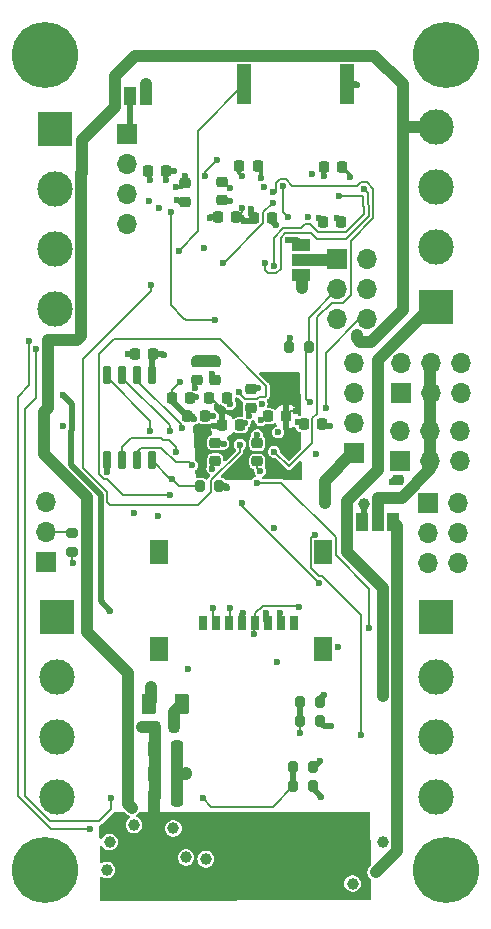
<source format=gbr>
%TF.GenerationSoftware,KiCad,Pcbnew,7.0.5*%
%TF.CreationDate,2023-08-27T23:52:23-07:00*%
%TF.ProjectId,Lyra V2,4c797261-2056-4322-9e6b-696361645f70,rev?*%
%TF.SameCoordinates,Original*%
%TF.FileFunction,Copper,L4,Bot*%
%TF.FilePolarity,Positive*%
%FSLAX46Y46*%
G04 Gerber Fmt 4.6, Leading zero omitted, Abs format (unit mm)*
G04 Created by KiCad (PCBNEW 7.0.5) date 2023-08-27 23:52:23*
%MOMM*%
%LPD*%
G01*
G04 APERTURE LIST*
G04 Aperture macros list*
%AMRoundRect*
0 Rectangle with rounded corners*
0 $1 Rounding radius*
0 $2 $3 $4 $5 $6 $7 $8 $9 X,Y pos of 4 corners*
0 Add a 4 corners polygon primitive as box body*
4,1,4,$2,$3,$4,$5,$6,$7,$8,$9,$2,$3,0*
0 Add four circle primitives for the rounded corners*
1,1,$1+$1,$2,$3*
1,1,$1+$1,$4,$5*
1,1,$1+$1,$6,$7*
1,1,$1+$1,$8,$9*
0 Add four rect primitives between the rounded corners*
20,1,$1+$1,$2,$3,$4,$5,0*
20,1,$1+$1,$4,$5,$6,$7,0*
20,1,$1+$1,$6,$7,$8,$9,0*
20,1,$1+$1,$8,$9,$2,$3,0*%
G04 Aperture macros list end*
%TA.AperFunction,SMDPad,CuDef*%
%ADD10RoundRect,0.225000X-0.250000X0.225000X-0.250000X-0.225000X0.250000X-0.225000X0.250000X0.225000X0*%
%TD*%
%TA.AperFunction,ComponentPad*%
%ADD11R,3.000000X3.000000*%
%TD*%
%TA.AperFunction,ComponentPad*%
%ADD12C,3.000000*%
%TD*%
%TA.AperFunction,ComponentPad*%
%ADD13R,1.700000X1.700000*%
%TD*%
%TA.AperFunction,ComponentPad*%
%ADD14O,1.700000X1.700000*%
%TD*%
%TA.AperFunction,ComponentPad*%
%ADD15C,5.600000*%
%TD*%
%TA.AperFunction,SMDPad,CuDef*%
%ADD16R,1.500000X1.000000*%
%TD*%
%TA.AperFunction,SMDPad,CuDef*%
%ADD17RoundRect,0.225000X-0.225000X-0.250000X0.225000X-0.250000X0.225000X0.250000X-0.225000X0.250000X0*%
%TD*%
%TA.AperFunction,SMDPad,CuDef*%
%ADD18RoundRect,0.225000X0.250000X-0.225000X0.250000X0.225000X-0.250000X0.225000X-0.250000X-0.225000X0*%
%TD*%
%TA.AperFunction,SMDPad,CuDef*%
%ADD19RoundRect,0.150000X0.150000X-0.650000X0.150000X0.650000X-0.150000X0.650000X-0.150000X-0.650000X0*%
%TD*%
%TA.AperFunction,SMDPad,CuDef*%
%ADD20RoundRect,0.200000X-0.200000X-0.275000X0.200000X-0.275000X0.200000X0.275000X-0.200000X0.275000X0*%
%TD*%
%TA.AperFunction,SMDPad,CuDef*%
%ADD21RoundRect,0.225000X0.225000X0.250000X-0.225000X0.250000X-0.225000X-0.250000X0.225000X-0.250000X0*%
%TD*%
%TA.AperFunction,SMDPad,CuDef*%
%ADD22R,1.000000X1.500000*%
%TD*%
%TA.AperFunction,SMDPad,CuDef*%
%ADD23R,1.500000X2.000000*%
%TD*%
%TA.AperFunction,SMDPad,CuDef*%
%ADD24R,0.800000X1.200000*%
%TD*%
%TA.AperFunction,SMDPad,CuDef*%
%ADD25RoundRect,0.200000X0.200000X0.275000X-0.200000X0.275000X-0.200000X-0.275000X0.200000X-0.275000X0*%
%TD*%
%TA.AperFunction,SMDPad,CuDef*%
%ADD26RoundRect,0.250000X-0.250000X-0.475000X0.250000X-0.475000X0.250000X0.475000X-0.250000X0.475000X0*%
%TD*%
%TA.AperFunction,SMDPad,CuDef*%
%ADD27RoundRect,0.200000X0.275000X-0.200000X0.275000X0.200000X-0.275000X0.200000X-0.275000X-0.200000X0*%
%TD*%
%TA.AperFunction,SMDPad,CuDef*%
%ADD28R,1.300000X3.400000*%
%TD*%
%TA.AperFunction,SMDPad,CuDef*%
%ADD29RoundRect,0.250000X-0.375000X-0.625000X0.375000X-0.625000X0.375000X0.625000X-0.375000X0.625000X0*%
%TD*%
%TA.AperFunction,SMDPad,CuDef*%
%ADD30RoundRect,0.218750X0.218750X0.256250X-0.218750X0.256250X-0.218750X-0.256250X0.218750X-0.256250X0*%
%TD*%
%TA.AperFunction,ViaPad*%
%ADD31C,0.600000*%
%TD*%
%TA.AperFunction,ViaPad*%
%ADD32C,1.000000*%
%TD*%
%TA.AperFunction,Conductor*%
%ADD33C,0.200000*%
%TD*%
%TA.AperFunction,Conductor*%
%ADD34C,0.500000*%
%TD*%
%TA.AperFunction,Conductor*%
%ADD35C,1.000000*%
%TD*%
%TA.AperFunction,Conductor*%
%ADD36C,0.300000*%
%TD*%
%TA.AperFunction,Conductor*%
%ADD37C,0.254000*%
%TD*%
%TA.AperFunction,Conductor*%
%ADD38C,0.000000*%
%TD*%
G04 APERTURE END LIST*
D10*
%TO.P,C25,1*%
%TO.N,+3V3*%
X120345200Y-93433600D03*
%TO.P,C25,2*%
%TO.N,GND*%
X120345200Y-94983600D03*
%TD*%
D11*
%TO.P,J5,1,Pin_1*%
%TO.N,/PYRO PWR*%
X136017000Y-86487000D03*
D12*
%TO.P,J5,2,Pin_2*%
%TO.N,+12P*%
X136017000Y-81407000D03*
%TO.P,J5,3,Pin_3*%
%TO.N,GND*%
X136017000Y-76327000D03*
%TO.P,J5,4,Pin_4*%
%TO.N,+5V*%
X136017000Y-71247000D03*
%TD*%
D11*
%TO.P,J2,1,Pin_1*%
%TO.N,/GPIO26*%
X103784400Y-71399400D03*
D12*
%TO.P,J2,2,Pin_2*%
%TO.N,+3V3*%
X103784400Y-76479400D03*
%TO.P,J2,3,Pin_3*%
%TO.N,GND*%
X103784400Y-81559400D03*
%TO.P,J2,4,Pin_4*%
%TO.N,+12P*%
X103784400Y-86639400D03*
%TD*%
D13*
%TO.P,J4,1,Pin_1*%
%TO.N,/SPI PWR*%
X135356600Y-103098600D03*
D14*
%TO.P,J4,2,Pin_2*%
%TO.N,/SPI0 SCLK*%
X137896600Y-103098600D03*
%TO.P,J4,3,Pin_3*%
%TO.N,/SPI0 MOSI*%
X135356600Y-105638600D03*
%TO.P,J4,4,Pin_4*%
%TO.N,/SPI0 MISO*%
X137896600Y-105638600D03*
%TO.P,J4,5,Pin_5*%
%TO.N,GND*%
X135356600Y-108178600D03*
%TO.P,J4,6,Pin_6*%
%TO.N,/BRKOUT CS*%
X137896600Y-108178600D03*
%TD*%
D13*
%TO.P,J10,1,Pin_1*%
%TO.N,/I2C PWR*%
X109829600Y-71780400D03*
D14*
%TO.P,J10,2,Pin_2*%
%TO.N,/I2C1 SCL*%
X109829600Y-74320400D03*
%TO.P,J10,3,Pin_3*%
%TO.N,/I2C1 SDA*%
X109829600Y-76860400D03*
%TO.P,J10,4,Pin_4*%
%TO.N,GND*%
X109829600Y-79400400D03*
%TD*%
D13*
%TO.P,J11,1,Pin_1*%
%TO.N,/UART PWR*%
X129108200Y-98856800D03*
D14*
%TO.P,J11,2,Pin_2*%
%TO.N,/UART0 TX*%
X129108200Y-96316800D03*
%TO.P,J11,3,Pin_3*%
%TO.N,/UART0 RX*%
X129108200Y-93776800D03*
%TO.P,J11,4,Pin_4*%
%TO.N,GND*%
X129108200Y-91236800D03*
%TD*%
D13*
%TO.P,J12,1,Pin_1*%
%TO.N,GND*%
X102998400Y-108013999D03*
D14*
%TO.P,J12,2,Pin_2*%
%TO.N,/BOOTSEL*%
X102998400Y-105473999D03*
%TO.P,J12,3,Pin_3*%
%TO.N,unconnected-(J12-Pin_3-Pad3)*%
X102998400Y-102933999D03*
%TD*%
D11*
%TO.P,J6,1,Pin_1*%
%TO.N,/P2-*%
X135991600Y-112750600D03*
D12*
%TO.P,J6,2,Pin_2*%
%TO.N,/PYRO PWR*%
X135991600Y-117830600D03*
%TO.P,J6,3,Pin_3*%
%TO.N,/P1-*%
X135991600Y-122910600D03*
%TO.P,J6,4,Pin_4*%
%TO.N,/PYRO PWR*%
X135991600Y-127990600D03*
%TD*%
D15*
%TO.P,H3,1,1*%
%TO.N,GND*%
X136900000Y-134150000D03*
%TD*%
D11*
%TO.P,J3,1,Pin_1*%
%TO.N,+12V*%
X103911400Y-112725200D03*
D12*
%TO.P,J3,2,Pin_2*%
%TO.N,+BATT*%
X103911400Y-117805200D03*
%TO.P,J3,3,Pin_3*%
%TO.N,GND*%
X103911400Y-122885200D03*
%TO.P,J3,4,Pin_4*%
%TO.N,+BATT*%
X103911400Y-127965200D03*
%TD*%
D15*
%TO.P,H4,1,1*%
%TO.N,GND*%
X102900000Y-134150000D03*
%TD*%
%TO.P,H2,1,1*%
%TO.N,GND*%
X136850000Y-65150000D03*
%TD*%
%TO.P,H1,1,1*%
%TO.N,GND*%
X102900000Y-65150000D03*
%TD*%
D13*
%TO.P,J9,1,Pin_1*%
%TO.N,/SERVO1*%
X132969000Y-99542600D03*
D14*
%TO.P,J9,2,Pin_2*%
%TO.N,/SERVO2*%
X132969000Y-97002600D03*
%TO.P,J9,3,Pin_3*%
%TO.N,/SERVO PWR*%
X135509000Y-99542600D03*
%TO.P,J9,4,Pin_4*%
X135509000Y-97002600D03*
%TO.P,J9,5,Pin_5*%
%TO.N,GND*%
X138049000Y-99542600D03*
%TO.P,J9,6,Pin_6*%
X138049000Y-97002600D03*
%TD*%
D13*
%TO.P,J7,1,Pin_1*%
%TO.N,/SWD PWR*%
X127660000Y-82420000D03*
D14*
%TO.P,J7,2,Pin_2*%
%TO.N,/SWCLK*%
X130200000Y-82420000D03*
%TO.P,J7,3,Pin_3*%
%TO.N,/RUN*%
X127660000Y-84960000D03*
%TO.P,J7,4,Pin_4*%
%TO.N,GND*%
X130200000Y-84960000D03*
%TO.P,J7,5,Pin_5*%
X127660000Y-87500000D03*
%TO.P,J7,6,Pin_6*%
%TO.N,/SWD*%
X130200000Y-87500000D03*
%TD*%
D13*
%TO.P,J8,1,Pin_1*%
%TO.N,/SERVO3*%
X133045200Y-93776800D03*
D14*
%TO.P,J8,2,Pin_2*%
%TO.N,/SERVO4*%
X133045200Y-91236800D03*
%TO.P,J8,3,Pin_3*%
%TO.N,/SERVO PWR*%
X135585200Y-93776800D03*
%TO.P,J8,4,Pin_4*%
X135585200Y-91236800D03*
%TO.P,J8,5,Pin_5*%
%TO.N,GND*%
X138125200Y-93776800D03*
%TO.P,J8,6,Pin_6*%
X138125200Y-91236800D03*
%TD*%
D16*
%TO.P,JP5,1,A*%
%TO.N,+5V*%
X124600000Y-83775000D03*
%TO.P,JP5,2,C*%
%TO.N,/SWD PWR*%
X124600000Y-82475000D03*
%TO.P,JP5,3,B*%
%TO.N,+3V3*%
X124600000Y-81175000D03*
%TD*%
D17*
%TO.P,C26,1*%
%TO.N,+3V3*%
X126550000Y-74650000D03*
%TO.P,C26,2*%
%TO.N,GND*%
X128100000Y-74650000D03*
%TD*%
D18*
%TO.P,C12,1*%
%TO.N,Net-(U3-C1)*%
X117875000Y-77400000D03*
%TO.P,C12,2*%
%TO.N,GND*%
X117875000Y-75850000D03*
%TD*%
D19*
%TO.P,U5,1,~{CS}*%
%TO.N,/QSPI_SS*%
X111988600Y-99459600D03*
%TO.P,U5,2,DO(IO1)*%
%TO.N,/QSPI_SD1*%
X110718600Y-99459600D03*
%TO.P,U5,3,IO2*%
%TO.N,/QSPI_SD2*%
X109448600Y-99459600D03*
%TO.P,U5,4,GND*%
%TO.N,GND*%
X108178600Y-99459600D03*
%TO.P,U5,5,DI(IO0)*%
%TO.N,/QSPI_SDO*%
X108178600Y-92259600D03*
%TO.P,U5,6,CLK*%
%TO.N,/QSPI_SCLK*%
X109448600Y-92259600D03*
%TO.P,U5,7,IO3*%
%TO.N,/QSPI_SD3*%
X110718600Y-92259600D03*
%TO.P,U5,8,VCC*%
%TO.N,+3V3*%
X111988600Y-92259600D03*
%TD*%
D17*
%TO.P,C13,1*%
%TO.N,+3V3*%
X120586200Y-78917800D03*
%TO.P,C13,2*%
%TO.N,GND*%
X122136200Y-78917800D03*
%TD*%
D20*
%TO.P,R7,1*%
%TO.N,/P1 CONT*%
X124524000Y-121513800D03*
%TO.P,R7,2*%
%TO.N,GND*%
X126174000Y-121513800D03*
%TD*%
D21*
%TO.P,C28,1*%
%TO.N,+3V3*%
X128000000Y-79300000D03*
%TO.P,C28,2*%
%TO.N,GND*%
X126450000Y-79300000D03*
%TD*%
%TO.P,C16,1*%
%TO.N,+3V3*%
X113150000Y-74975000D03*
%TO.P,C16,2*%
%TO.N,GND*%
X111600000Y-74975000D03*
%TD*%
%TO.P,C11,1*%
%TO.N,+3V3*%
X119125000Y-78875000D03*
%TO.P,C11,2*%
%TO.N,GND*%
X117575000Y-78875000D03*
%TD*%
%TO.P,C18,1*%
%TO.N,+3V3*%
X112090800Y-90474800D03*
%TO.P,C18,2*%
%TO.N,GND*%
X110540800Y-90474800D03*
%TD*%
D22*
%TO.P,JP2,1,A*%
%TO.N,+5V*%
X108850000Y-68625000D03*
%TO.P,JP2,2,C*%
%TO.N,/I2C PWR*%
X110150000Y-68625000D03*
%TO.P,JP2,3,B*%
%TO.N,+3V3*%
X111450000Y-68625000D03*
%TD*%
D23*
%TO.P,J13,MP1,MP1*%
%TO.N,unconnected-(J13-PadMP1)*%
X126477400Y-115443000D03*
%TO.P,J13,MP2,MP2*%
%TO.N,unconnected-(J13-PadMP2)*%
X112587400Y-115443000D03*
%TO.P,J13,MP3,MP3*%
%TO.N,unconnected-(J13-PadMP3)*%
X112587400Y-107243000D03*
%TO.P,J13,MP4,MP4*%
%TO.N,unconnected-(J13-PadMP4)*%
X126477400Y-107243000D03*
D24*
%TO.P,J13,P1,DAT2*%
%TO.N,unconnected-(J13-DAT2-PadP1)*%
X116307400Y-113243000D03*
%TO.P,J13,P2,CD/DAT3*%
%TO.N,/SD CS*%
X117407400Y-113243000D03*
%TO.P,J13,P3,CMD*%
%TO.N,/SPI0 MOSI*%
X118507400Y-113243000D03*
%TO.P,J13,P4,VDD*%
%TO.N,+3V3*%
X119607400Y-113243000D03*
%TO.P,J13,P5,CLK*%
%TO.N,/SPI0 SCLK*%
X120707400Y-113243000D03*
%TO.P,J13,P6,VSS*%
%TO.N,GND*%
X121807400Y-113243000D03*
%TO.P,J13,P7,DAT0*%
%TO.N,/SPI0 MISO*%
X122907400Y-113243000D03*
%TO.P,J13,P8,DAT1*%
%TO.N,unconnected-(J13-DAT1-PadP8)*%
X124007400Y-113243000D03*
%TD*%
D25*
%TO.P,R8,1*%
%TO.N,Net-(Q3-D)*%
X125600000Y-127050000D03*
%TO.P,R8,2*%
%TO.N,/P2 CONT*%
X123950000Y-127050000D03*
%TD*%
D26*
%TO.P,C5,1*%
%TO.N,+12VA*%
X112175000Y-128025000D03*
%TO.P,C5,2*%
%TO.N,GND*%
X114075000Y-128025000D03*
%TD*%
D27*
%TO.P,R13,1*%
%TO.N,/QSPI_SS*%
X105173400Y-107234000D03*
%TO.P,R13,2*%
%TO.N,/BOOTSEL*%
X105173400Y-105584000D03*
%TD*%
D28*
%TO.P,LS1,1,+*%
%TO.N,/BUZZER*%
X119750000Y-67625000D03*
%TO.P,LS1,2,-*%
%TO.N,GND*%
X128450000Y-67625000D03*
%TD*%
D25*
%TO.P,R6,1*%
%TO.N,Net-(Q2-D)*%
X126174000Y-119938800D03*
%TO.P,R6,2*%
%TO.N,/P1 CONT*%
X124524000Y-119938800D03*
%TD*%
D17*
%TO.P,C23,1*%
%TO.N,+3V3*%
X124815600Y-96367600D03*
%TO.P,C23,2*%
%TO.N,GND*%
X126365600Y-96367600D03*
%TD*%
D18*
%TO.P,C30,1*%
%TO.N,+3V3*%
X117348000Y-99504800D03*
%TO.P,C30,2*%
%TO.N,GND*%
X117348000Y-97954800D03*
%TD*%
D22*
%TO.P,JP1,1,A*%
%TO.N,+5V*%
X132400000Y-104675000D03*
%TO.P,JP1,2,C*%
%TO.N,/SERVO PWR*%
X131100000Y-104675000D03*
%TO.P,JP1,3,B*%
%TO.N,+3V3*%
X129800000Y-104675000D03*
%TD*%
D18*
%TO.P,C29,1*%
%TO.N,+3V3*%
X115773200Y-92633800D03*
%TO.P,C29,2*%
%TO.N,GND*%
X115773200Y-91083800D03*
%TD*%
D21*
%TO.P,C17,1*%
%TO.N,+1V1*%
X123355400Y-95732600D03*
%TO.P,C17,2*%
%TO.N,GND*%
X121805400Y-95732600D03*
%TD*%
D29*
%TO.P,F2,1*%
%TO.N,Net-(Q1-S)*%
X111725000Y-120050000D03*
%TO.P,F2,2*%
%TO.N,Net-(F2-Pad2)*%
X114525000Y-120050000D03*
%TD*%
D25*
%TO.P,R14,1*%
%TO.N,+3V3*%
X117690400Y-101625400D03*
%TO.P,R14,2*%
%TO.N,/QSPI_SS*%
X116040400Y-101625400D03*
%TD*%
D10*
%TO.P,C19,1*%
%TO.N,+3V3*%
X114775000Y-76000000D03*
%TO.P,C19,2*%
%TO.N,GND*%
X114775000Y-77550000D03*
%TD*%
D17*
%TO.P,C15,1*%
%TO.N,+1V1*%
X117919200Y-96494600D03*
%TO.P,C15,2*%
%TO.N,GND*%
X119469200Y-96494600D03*
%TD*%
D30*
%TO.P,FB1,1*%
%TO.N,Net-(F2-Pad2)*%
X113825000Y-122000000D03*
%TO.P,FB1,2*%
%TO.N,+12VA*%
X112250000Y-122000000D03*
%TD*%
D18*
%TO.P,C9,1*%
%TO.N,/SERVO PWR*%
X132816600Y-102679800D03*
%TO.P,C9,2*%
%TO.N,GND*%
X132816600Y-101129800D03*
%TD*%
D26*
%TO.P,C6,1*%
%TO.N,+12VA*%
X112175000Y-125975000D03*
%TO.P,C6,2*%
%TO.N,GND*%
X114075000Y-125975000D03*
%TD*%
D17*
%TO.P,C20,1*%
%TO.N,+1V1*%
X116801600Y-94157800D03*
%TO.P,C20,2*%
%TO.N,GND*%
X118351600Y-94157800D03*
%TD*%
D20*
%TO.P,R19,1*%
%TO.N,+3V3*%
X123609600Y-89839800D03*
%TO.P,R19,2*%
%TO.N,/RUN*%
X125259600Y-89839800D03*
%TD*%
%TO.P,R9,1*%
%TO.N,/P2 CONT*%
X123924999Y-125375000D03*
%TO.P,R9,2*%
%TO.N,GND*%
X125574999Y-125375000D03*
%TD*%
D21*
%TO.P,C27,1*%
%TO.N,+3V3*%
X116497400Y-95707200D03*
%TO.P,C27,2*%
%TO.N,GND*%
X114947400Y-95707200D03*
%TD*%
D18*
%TO.P,C22,1*%
%TO.N,+3V3*%
X117297200Y-92672200D03*
%TO.P,C22,2*%
%TO.N,GND*%
X117297200Y-91122200D03*
%TD*%
D26*
%TO.P,C7,1*%
%TO.N,+12VA*%
X112175000Y-123850000D03*
%TO.P,C7,2*%
%TO.N,GND*%
X114075000Y-123850000D03*
%TD*%
D21*
%TO.P,C21,1*%
%TO.N,+3V3*%
X115202000Y-94208600D03*
%TO.P,C21,2*%
%TO.N,GND*%
X113652000Y-94208600D03*
%TD*%
D18*
%TO.P,C24,1*%
%TO.N,+3V3*%
X120904000Y-99530200D03*
%TO.P,C24,2*%
%TO.N,GND*%
X120904000Y-97980200D03*
%TD*%
D21*
%TO.P,C10,1*%
%TO.N,+3V3*%
X120917000Y-74549000D03*
%TO.P,C10,2*%
%TO.N,GND*%
X119367000Y-74549000D03*
%TD*%
D31*
%TO.N,+3V3*%
X120919650Y-93332418D03*
D32*
%TO.N,GND*%
X114884200Y-125958600D03*
D31*
X118567200Y-94691200D03*
X125526800Y-75234800D03*
D32*
X108153200Y-134112000D03*
D31*
X132280491Y-101277480D03*
X111760000Y-77470000D03*
X109905800Y-90474800D03*
D32*
X131495800Y-131800600D03*
D31*
X127076200Y-96570800D03*
X129311400Y-67665600D03*
X116865400Y-78892400D03*
X122478800Y-79527400D03*
X119608600Y-75336400D03*
X122555000Y-116484400D03*
X121589800Y-112369600D03*
X116306600Y-91033600D03*
X128701800Y-75438000D03*
X115062000Y-117119400D03*
X121446811Y-76335715D03*
X119826788Y-96252504D03*
D32*
X108381800Y-131775200D03*
D31*
X121183400Y-96037400D03*
D32*
X128955800Y-135280400D03*
D31*
X118592600Y-76377800D03*
X127127000Y-121920000D03*
X122656600Y-97078800D03*
X121259600Y-94691200D03*
X126212600Y-124917200D03*
X127726902Y-115239800D03*
X114096800Y-77444600D03*
X120878600Y-97307400D03*
X110464600Y-103911400D03*
X120192800Y-95656400D03*
X114325400Y-92837000D03*
X104470200Y-96545400D03*
X118033800Y-98044000D03*
X115547900Y-95910400D03*
X111785400Y-75742800D03*
X108204000Y-100457000D03*
X126085600Y-78917800D03*
D32*
X113792000Y-130606800D03*
D31*
%TO.N,+3V3*%
X121234200Y-75565000D03*
X122318511Y-105189289D03*
D32*
X111455200Y-67614800D03*
D31*
X113151017Y-75686062D03*
X115646200Y-93319600D03*
X116408200Y-81432400D03*
X112606936Y-78091581D03*
X118363500Y-101769209D03*
X124336410Y-96233599D03*
X123621800Y-89128600D03*
X121146940Y-100354382D03*
X114020600Y-76301600D03*
X125202305Y-78848368D03*
X120319800Y-78206600D03*
X127648892Y-78918591D03*
X112522000Y-104190800D03*
X114782600Y-75361800D03*
X117094000Y-100152200D03*
X126516358Y-75386343D03*
X119786400Y-79146400D03*
D32*
X116535200Y-133223000D03*
D31*
X119616586Y-78118439D03*
D32*
X129900500Y-103145664D03*
D31*
X115690956Y-94054570D03*
D32*
X114858800Y-133070600D03*
X110464600Y-130302000D03*
D31*
X125857000Y-98903400D03*
X113003726Y-90565904D03*
X117068600Y-92100400D03*
X119710200Y-112395000D03*
X113842800Y-74980800D03*
X117172349Y-95704239D03*
X123494800Y-80822800D03*
D32*
%TO.N,+5V*%
X130911600Y-134340600D03*
X124637800Y-84886800D03*
D31*
X110286800Y-128841400D03*
D32*
X129336800Y-88849200D03*
D31*
X132695800Y-105613200D03*
%TO.N,Net-(U3-C1)*%
X118618000Y-77495400D03*
%TO.N,+1V1*%
X117449600Y-94919800D03*
X124166410Y-95309037D03*
X117300130Y-96510961D03*
%TO.N,VBUS*%
X104419400Y-93903800D03*
X108432600Y-112166400D03*
D32*
%TO.N,Net-(Q1-S)*%
X111912400Y-118668800D03*
D31*
%TO.N,/SPI0 SCLK*%
X120650000Y-114122200D03*
X124383800Y-111836200D03*
%TO.N,/SPI0 MOSI*%
X118567200Y-111963200D03*
%TO.N,/SPI0 MISO*%
X122809000Y-112344200D03*
%TO.N,/BRKOUT CS*%
X119563000Y-103022400D03*
X126141211Y-109859811D03*
D32*
%TO.N,/PYRO PWR*%
X131495800Y-119405400D03*
D31*
%TO.N,/SWD*%
X126669800Y-95046800D03*
%TO.N,/RUN*%
X125360100Y-94538800D03*
%TO.N,/I2C1 SDA*%
X117475000Y-74041000D03*
X116453138Y-75387593D03*
X123063000Y-76250800D03*
X123469400Y-78867000D03*
D32*
%TO.N,/UART PWR*%
X126619000Y-103098600D03*
D31*
%TO.N,/SD CS*%
X117164000Y-111981637D03*
%TO.N,/BUZZER*%
X119415500Y-98120200D03*
X111887000Y-84607400D03*
X114223800Y-81686400D03*
%TO.N,/P2 EN*%
X130378200Y-113614200D03*
X120878600Y-101346000D03*
%TO.N,Net-(Q2-D)*%
X126517400Y-119303800D03*
%TO.N,/P1 EN*%
X125755400Y-105743498D03*
X129667000Y-122732800D03*
%TO.N,Net-(Q3-D)*%
X126314200Y-127914400D03*
%TO.N,/P1 CONT*%
X124485400Y-122555000D03*
X108542089Y-127998489D03*
X102184200Y-90000898D03*
%TO.N,/P2 CONT*%
X101583500Y-89382600D03*
X116255800Y-128041400D03*
X106730800Y-130657600D03*
%TO.N,/BATT SENSE*%
X113512600Y-102387400D03*
X119370700Y-93648493D03*
%TO.N,/QSPI_SS*%
X113639600Y-101015800D03*
X105257600Y-108178600D03*
%TO.N,/MAG INT*%
X122199400Y-77622400D03*
X117957600Y-82727800D03*
%TO.N,/MAG DRDY*%
X122309475Y-98719670D03*
X122224800Y-76708000D03*
%TO.N,/BARO INT*%
X113588800Y-78409800D03*
X117297200Y-87604600D03*
%TO.N,/QSPI_SD1*%
X115366800Y-99872800D03*
%TO.N,/QSPI_SD2*%
X113974611Y-98750389D03*
%TO.N,/QSPI_SDO*%
X111836200Y-96961900D03*
%TO.N,/QSPI_SCLK*%
X113461800Y-96977200D03*
%TO.N,/QSPI_SD3*%
X114490255Y-96681953D03*
%TO.N,/GYRO INT3*%
X127812800Y-77053500D03*
X122270789Y-83002389D03*
%TO.N,/GYRO INT4*%
X121523452Y-82718327D03*
X129895600Y-76454000D03*
D32*
%TO.N,+12VA*%
X111150400Y-122047000D03*
X126161800Y-130632200D03*
X113842800Y-135255000D03*
%TD*%
D33*
%TO.N,/BATT SENSE*%
X121631000Y-93968329D02*
X121631000Y-93132200D01*
%TO.N,/QSPI_SDO*%
X111836200Y-96083596D02*
X108178600Y-92425996D01*
X108178600Y-92425996D02*
X108178600Y-92259600D01*
X111836200Y-96961900D02*
X111836200Y-96083596D01*
%TO.N,/QSPI_SD3*%
X110718600Y-92695862D02*
X110718600Y-92259600D01*
X114490255Y-96681953D02*
X114490255Y-96467517D01*
X114490255Y-96467517D02*
X110718600Y-92695862D01*
D34*
%TO.N,GND*%
X115344700Y-95707200D02*
X114947400Y-95707200D01*
X115547900Y-95910400D02*
X115344700Y-95707200D01*
D35*
%TO.N,+5V*%
X136017000Y-71247000D02*
X133273800Y-71247000D01*
X133197600Y-71323200D02*
X133197600Y-67614800D01*
X133197600Y-86694432D02*
X133197600Y-71323200D01*
X133273800Y-71247000D02*
X133197600Y-71323200D01*
%TO.N,/PYRO PWR*%
X131495800Y-110286800D02*
X131495800Y-119405400D01*
X128447800Y-102901307D02*
X128447800Y-107238800D01*
X131089400Y-100259707D02*
X128447800Y-102901307D01*
X131089400Y-90983400D02*
X131089400Y-100259707D01*
X128447800Y-107238800D02*
X131495800Y-110286800D01*
X135585800Y-86487000D02*
X131089400Y-90983400D01*
X135932000Y-86487000D02*
X135585800Y-86487000D01*
D36*
%TO.N,GND*%
X128701800Y-75251800D02*
X128100000Y-74650000D01*
D34*
X113652000Y-94411800D02*
X114947400Y-95707200D01*
D33*
X117983000Y-98044000D02*
X117881400Y-97942400D01*
D34*
X110540800Y-90474800D02*
X109905800Y-90474800D01*
D35*
X115785300Y-91071700D02*
X117297200Y-91071700D01*
D34*
X132969000Y-101028200D02*
X132529771Y-101028200D01*
D36*
X126259532Y-79109532D02*
X126450000Y-79300000D01*
D34*
X122136200Y-78917800D02*
X122136200Y-79184800D01*
D35*
X114075000Y-123850000D02*
X114075000Y-128025000D01*
D34*
X125754800Y-125375000D02*
X126212600Y-124917200D01*
D36*
X126259532Y-79026823D02*
X126259532Y-79109532D01*
D35*
X114075000Y-125975000D02*
X114867800Y-125975000D01*
D33*
X118033800Y-98044000D02*
X117983000Y-98044000D01*
X114325400Y-92837000D02*
X113652000Y-93510400D01*
D34*
X126568800Y-96570800D02*
X126365600Y-96367600D01*
X132529771Y-101028200D02*
X132280491Y-101277480D01*
D35*
X114867800Y-125975000D02*
X114884200Y-125958600D01*
D36*
X128701800Y-75438000D02*
X128701800Y-75251800D01*
D37*
X114202200Y-77550000D02*
X114096800Y-77444600D01*
D34*
X127076200Y-96570800D02*
X126568800Y-96570800D01*
X126580200Y-121920000D02*
X126174000Y-121513800D01*
X121589800Y-112369600D02*
X121589800Y-113025400D01*
D37*
X111785400Y-75160400D02*
X111600000Y-74975000D01*
D34*
X108178600Y-100431600D02*
X108204000Y-100457000D01*
D33*
X117875000Y-75850000D02*
X118064800Y-75850000D01*
D34*
X116882800Y-78875000D02*
X116865400Y-78892400D01*
D33*
X113652000Y-93510400D02*
X113652000Y-94208600D01*
D34*
X129270800Y-67625000D02*
X129311400Y-67665600D01*
D36*
X119367000Y-75094800D02*
X119608600Y-75336400D01*
D37*
X114775000Y-77550000D02*
X114202200Y-77550000D01*
D34*
X127127000Y-121920000D02*
X126580200Y-121920000D01*
X121589800Y-113025400D02*
X121807400Y-113243000D01*
X125574999Y-125375000D02*
X125754800Y-125375000D01*
X117575000Y-78875000D02*
X116882800Y-78875000D01*
D33*
X118064800Y-75850000D02*
X118592600Y-76377800D01*
D34*
X113652000Y-94208600D02*
X113652000Y-94411800D01*
X122136200Y-79184800D02*
X122445377Y-79493977D01*
X122445377Y-79493977D02*
X122478800Y-79493977D01*
D36*
X119367000Y-74549000D02*
X119367000Y-75094800D01*
D34*
X108178600Y-99459600D02*
X108178600Y-100431600D01*
D37*
X111785400Y-75742800D02*
X111785400Y-75160400D01*
D34*
X128450000Y-67625000D02*
X129270800Y-67625000D01*
%TO.N,+3V3*%
X119607400Y-113243000D02*
X119607400Y-112497800D01*
X119786400Y-79146400D02*
X120357600Y-79146400D01*
D37*
X113151017Y-75686062D02*
X113151017Y-74976017D01*
D36*
X126516358Y-74683642D02*
X126550000Y-74650000D01*
D34*
X112912622Y-90474800D02*
X113003726Y-90565904D01*
D33*
X121146940Y-100354382D02*
X120904000Y-100111442D01*
D36*
X121234200Y-74866200D02*
X120917000Y-74549000D01*
D34*
X120319800Y-78206600D02*
X120319800Y-78651400D01*
X118219691Y-101625400D02*
X117690400Y-101625400D01*
D33*
X117094000Y-99758800D02*
X117348000Y-99504800D01*
D34*
X119125000Y-78875000D02*
X119515000Y-78875000D01*
D38*
X117068600Y-92443600D02*
X117297200Y-92672200D01*
D34*
X114775000Y-75369400D02*
X114782600Y-75361800D01*
X113837000Y-74975000D02*
X113842800Y-74980800D01*
X112090800Y-90474800D02*
X112912622Y-90474800D01*
D36*
X121234200Y-75565000D02*
X121234200Y-74866200D01*
D37*
X114473400Y-76301600D02*
X114775000Y-76000000D01*
D33*
X120904000Y-100111442D02*
X120904000Y-99530200D01*
D35*
X111450000Y-68625000D02*
X111450000Y-67620000D01*
D34*
X111988600Y-92259600D02*
X111988600Y-90577000D01*
D33*
X119616586Y-78118439D02*
X119616586Y-78383414D01*
X119616586Y-78383414D02*
X119125000Y-78875000D01*
D34*
X124247800Y-80822800D02*
X124600000Y-81175000D01*
D37*
X114020600Y-76301600D02*
X114473400Y-76301600D01*
D34*
X118363500Y-101769209D02*
X118219691Y-101625400D01*
X129900500Y-103145664D02*
X129900500Y-104574500D01*
D37*
X113151017Y-74976017D02*
X113150000Y-74975000D01*
D34*
X119607400Y-112497800D02*
X119710200Y-112395000D01*
D33*
X117094000Y-100152200D02*
X117094000Y-99758800D01*
D38*
X117068600Y-92100400D02*
X117068600Y-92443600D01*
D34*
X114775000Y-76000000D02*
X114775000Y-75369400D01*
X129900500Y-104574500D02*
X129800000Y-104675000D01*
X120357600Y-79146400D02*
X120586200Y-78917800D01*
D33*
X123609600Y-89839800D02*
X123609600Y-89140800D01*
D36*
X126516358Y-75386343D02*
X126516358Y-74683642D01*
D34*
X111988600Y-90577000D02*
X112090800Y-90474800D01*
D33*
X117172349Y-95704239D02*
X116500361Y-95704239D01*
X116500361Y-95704239D02*
X116497400Y-95707200D01*
X123609600Y-89140800D02*
X123621800Y-89128600D01*
D34*
X113150000Y-74975000D02*
X113837000Y-74975000D01*
X120319800Y-78651400D02*
X120586200Y-78917800D01*
X119515000Y-78875000D02*
X119786400Y-79146400D01*
D35*
X111450000Y-67620000D02*
X111455200Y-67614800D01*
D34*
X123494800Y-80822800D02*
X124247800Y-80822800D01*
D35*
%TO.N,+5V*%
X108850000Y-69529400D02*
X108850000Y-68625000D01*
X106476800Y-113995200D02*
X106476800Y-102552920D01*
X106045000Y-75107800D02*
X106045000Y-72334400D01*
X103184200Y-89239600D02*
X105640400Y-89239600D01*
X130484032Y-89408000D02*
X133197600Y-86694432D01*
X129616200Y-89408000D02*
X130484032Y-89408000D01*
X124637800Y-83812800D02*
X124600000Y-83775000D01*
X102793800Y-98869920D02*
X102793800Y-95377000D01*
X110286800Y-128841400D02*
X109950400Y-128505000D01*
X129336800Y-89128600D02*
X129616200Y-89408000D01*
X105640400Y-89239600D02*
X106000000Y-88880000D01*
X108850000Y-66875000D02*
X108850000Y-68625000D01*
X133197600Y-67614800D02*
X130807800Y-65225000D01*
X124637800Y-84886800D02*
X124637800Y-83812800D01*
X106000000Y-88880000D02*
X106000000Y-75152800D01*
X132695800Y-132556400D02*
X132695800Y-104970800D01*
X106045000Y-72334400D02*
X108850000Y-69529400D01*
X110500000Y-65225000D02*
X108850000Y-66875000D01*
X103184200Y-94986600D02*
X103184200Y-89239600D01*
X129336800Y-88849200D02*
X129336800Y-89128600D01*
X109950400Y-128505000D02*
X109950400Y-117468800D01*
X130911600Y-134340600D02*
X132695800Y-132556400D01*
X132695800Y-104970800D02*
X132400000Y-104675000D01*
X106000000Y-75152800D02*
X106045000Y-75107800D01*
X109950400Y-117468800D02*
X106476800Y-113995200D01*
X102793800Y-95377000D02*
X103184200Y-94986600D01*
X130807800Y-65225000D02*
X110500000Y-65225000D01*
X106476800Y-102552920D02*
X102793800Y-98869920D01*
%TO.N,/SERVO PWR*%
X131100000Y-104675000D02*
X131100000Y-102625000D01*
X133104548Y-102625000D02*
X135540000Y-100189548D01*
X135540000Y-100189548D02*
X135540000Y-91285000D01*
X131100000Y-102625000D02*
X133104548Y-102625000D01*
D33*
%TO.N,Net-(U3-C1)*%
X118522600Y-77400000D02*
X118618000Y-77495400D01*
X117875000Y-77400000D02*
X118522600Y-77400000D01*
%TO.N,+1V1*%
X124166410Y-95309037D02*
X123651963Y-95309037D01*
X117449600Y-94668006D02*
X116939394Y-94157800D01*
X117449600Y-94919800D02*
X117449600Y-94668006D01*
X123651963Y-95309037D02*
X123355400Y-95605600D01*
D34*
%TO.N,VBUS*%
X107619800Y-111353600D02*
X107619800Y-102352418D01*
X105130600Y-96945661D02*
X105220200Y-96856061D01*
X105220200Y-94704600D02*
X104419400Y-93903800D01*
X107619800Y-102352418D02*
X105130600Y-99863218D01*
X108432600Y-112166400D02*
X107619800Y-111353600D01*
X105220200Y-96856061D02*
X105220200Y-94704600D01*
X105130600Y-99863218D02*
X105130600Y-96945661D01*
D35*
%TO.N,Net-(Q1-S)*%
X111912400Y-119862600D02*
X111725000Y-120050000D01*
X111912400Y-118668800D02*
X111912400Y-119862600D01*
%TO.N,Net-(F2-Pad2)*%
X113825000Y-122000000D02*
X113825000Y-120750000D01*
X113825000Y-120750000D02*
X114525000Y-120050000D01*
D33*
%TO.N,/SPI0 SCLK*%
X124291800Y-111744200D02*
X121366671Y-111744200D01*
X120707400Y-112403471D02*
X120707400Y-113243000D01*
X120650000Y-114122200D02*
X120650000Y-113300400D01*
X124383800Y-111836200D02*
X124291800Y-111744200D01*
X120650000Y-113300400D02*
X120707400Y-113243000D01*
X121366671Y-111744200D02*
X120707400Y-112403471D01*
%TO.N,/SPI0 MOSI*%
X118567200Y-111963200D02*
X118567200Y-113183200D01*
X118567200Y-113183200D02*
X118507400Y-113243000D01*
%TO.N,/BRKOUT CS*%
X119563000Y-103281600D02*
X119563000Y-103022400D01*
X126141211Y-109859811D02*
X119563000Y-103281600D01*
D35*
%TO.N,/SWD PWR*%
X124600000Y-82475000D02*
X127605000Y-82475000D01*
X127605000Y-82475000D02*
X127660000Y-82420000D01*
D33*
%TO.N,/SWD*%
X126669800Y-90373200D02*
X129543000Y-87500000D01*
X129543000Y-87500000D02*
X130200000Y-87500000D01*
X126669800Y-95046800D02*
X126669800Y-90373200D01*
%TO.N,/RUN*%
X125259600Y-89839800D02*
X125259600Y-87360400D01*
X125044200Y-90055200D02*
X125259600Y-89839800D01*
X125360100Y-94538800D02*
X125044200Y-94222900D01*
X125044200Y-94222900D02*
X125044200Y-90055200D01*
X125259600Y-87360400D02*
X127660000Y-84960000D01*
D34*
%TO.N,/I2C PWR*%
X110150000Y-71460000D02*
X109829600Y-71780400D01*
X110150000Y-68625000D02*
X110150000Y-71460000D01*
D33*
%TO.N,/I2C1 SDA*%
X116453138Y-75062862D02*
X117475000Y-74041000D01*
X116453138Y-75387593D02*
X116453138Y-75062862D01*
X123063000Y-78460600D02*
X123063000Y-76250800D01*
X123469400Y-78867000D02*
X123063000Y-78460600D01*
D35*
%TO.N,/UART PWR*%
X126619000Y-101168200D02*
X129032000Y-98755200D01*
X126619000Y-103098600D02*
X126619000Y-101168200D01*
D33*
%TO.N,/BOOTSEL*%
X105063399Y-105473999D02*
X102998400Y-105473999D01*
X105173400Y-105584000D02*
X105063399Y-105473999D01*
%TO.N,/SD CS*%
X117164000Y-112999600D02*
X117407400Y-113243000D01*
X117164000Y-111981637D02*
X117164000Y-112999600D01*
%TO.N,/BUZZER*%
X116990400Y-102107507D02*
X116990400Y-101143293D01*
X108169800Y-102124601D02*
X108169800Y-102988200D01*
X115849400Y-80060800D02*
X114223800Y-81686400D01*
X106121200Y-100076000D02*
X108169800Y-102124601D01*
X108169800Y-102988200D02*
X108407200Y-103225600D01*
X116990400Y-101143293D02*
X119415500Y-98718193D01*
X119415500Y-98718193D02*
X119415500Y-98120200D01*
X119750000Y-67625000D02*
X115849400Y-71525600D01*
X115872307Y-103225600D02*
X116990400Y-102107507D01*
X108407200Y-103225600D02*
X115872307Y-103225600D01*
X111887000Y-85140800D02*
X106121200Y-90906600D01*
X111887000Y-84607400D02*
X111887000Y-85140800D01*
X106121200Y-90906600D02*
X106121200Y-100076000D01*
X115849400Y-71525600D02*
X115849400Y-80060800D01*
%TO.N,/P2 EN*%
X120878600Y-101346000D02*
X122930400Y-101346000D01*
X127527400Y-107461400D02*
X130378200Y-110312200D01*
X130378200Y-110312200D02*
X130378200Y-113614200D01*
X127527400Y-105943000D02*
X127527400Y-107461400D01*
X122930400Y-101346000D02*
X127527400Y-105943000D01*
D34*
%TO.N,Net-(Q2-D)*%
X126174000Y-119647200D02*
X126517400Y-119303800D01*
X126174000Y-119938800D02*
X126174000Y-119647200D01*
D33*
%TO.N,/P1 EN*%
X125427400Y-105943000D02*
X125427400Y-108543000D01*
X126144211Y-109259811D02*
X126404811Y-109259811D01*
X125755400Y-105943000D02*
X125427400Y-105943000D01*
X125755400Y-105743498D02*
X125755400Y-105943000D01*
X129667000Y-112522000D02*
X129667000Y-122732800D01*
X125427400Y-108543000D02*
X126144211Y-109259811D01*
X126404811Y-109259811D02*
X129667000Y-112522000D01*
D34*
%TO.N,Net-(Q3-D)*%
X125600000Y-127050000D02*
X125600000Y-127200200D01*
X125600000Y-127200200D02*
X126314200Y-127914400D01*
D33*
%TO.N,/P1 CONT*%
X124485400Y-122555000D02*
X124485400Y-121552400D01*
X103377015Y-130022600D02*
X107492800Y-130022600D01*
X108542089Y-128973311D02*
X108542089Y-127998489D01*
X107492800Y-130022600D02*
X108542089Y-128973311D01*
X101244400Y-95072200D02*
X101244400Y-127889985D01*
X124485400Y-121552400D02*
X124524000Y-121513800D01*
X102184200Y-90000898D02*
X102184200Y-94132400D01*
X101244400Y-127889985D02*
X103377015Y-130022600D01*
D34*
X124524000Y-121513800D02*
X124524000Y-119938800D01*
D33*
X102184200Y-94132400D02*
X101244400Y-95072200D01*
%TO.N,/P2 CONT*%
X101583500Y-89382600D02*
X101583500Y-93107500D01*
X103446329Y-130657600D02*
X106730800Y-130657600D01*
X100634800Y-94056200D02*
X100634800Y-127846071D01*
X100634800Y-127846071D02*
X103446329Y-130657600D01*
D34*
X123950000Y-125400001D02*
X123924999Y-125375000D01*
D33*
X101583500Y-93107500D02*
X100634800Y-94056200D01*
D34*
X123950000Y-127050000D02*
X123950000Y-125400001D01*
D33*
X122222000Y-128778000D02*
X123950000Y-127050000D01*
X116992400Y-128778000D02*
X122222000Y-128778000D01*
X116255800Y-128041400D02*
X116992400Y-128778000D01*
%TO.N,/BATT SENSE*%
X119826938Y-94233600D02*
X120868671Y-94233600D01*
X107955471Y-101057000D02*
X108169000Y-101057000D01*
X120868671Y-94233600D02*
X121011071Y-94091200D01*
X107518200Y-100619729D02*
X107955471Y-101057000D01*
X121508129Y-94091200D02*
X121631000Y-93968329D01*
X109499400Y-102387400D02*
X113512600Y-102387400D01*
X107518200Y-90449400D02*
X107518200Y-100619729D01*
X119370700Y-93648493D02*
X119370700Y-93777362D01*
X117703600Y-89204800D02*
X108762800Y-89204800D01*
X121631000Y-93132200D02*
X117703600Y-89204800D01*
X108762800Y-89204800D02*
X107518200Y-90449400D01*
X119370700Y-93777362D02*
X119826938Y-94233600D01*
X108169000Y-101057000D02*
X109499400Y-102387400D01*
X121011071Y-94091200D02*
X121508129Y-94091200D01*
%TO.N,/QSPI_SS*%
X105173400Y-108094400D02*
X105257600Y-108178600D01*
X113639600Y-101015800D02*
X113544800Y-101015800D01*
X113639600Y-101015800D02*
X114249200Y-101625400D01*
X105173400Y-107234000D02*
X105173400Y-108094400D01*
X113544800Y-101015800D02*
X111988600Y-99459600D01*
X114249200Y-101625400D02*
X116040400Y-101625400D01*
%TO.N,/MAG INT*%
X121386200Y-79385262D02*
X118043662Y-82727800D01*
X118043662Y-82727800D02*
X117957600Y-82727800D01*
X121386200Y-78435600D02*
X121386200Y-79385262D01*
X122199400Y-77622400D02*
X121386200Y-78435600D01*
%TO.N,/MAG DRDY*%
X122463000Y-76717600D02*
X122453400Y-76708000D01*
X123866200Y-76205471D02*
X123311529Y-75650800D01*
X125959600Y-87334054D02*
X127183654Y-86110000D01*
X122309475Y-98719670D02*
X123554903Y-99965097D01*
X128810000Y-80873886D02*
X130721000Y-78962886D01*
X127183654Y-86110000D02*
X128136346Y-86110000D01*
X129295600Y-76205471D02*
X123866200Y-76205471D01*
X123554903Y-99965097D02*
X125565600Y-97954400D01*
X128136346Y-86110000D02*
X128810000Y-85436346D01*
X125959600Y-95506138D02*
X125959600Y-87334054D01*
X130721000Y-76430871D02*
X130144129Y-75854000D01*
X122453400Y-76708000D02*
X122224800Y-76708000D01*
X122814471Y-75650800D02*
X122463000Y-76002271D01*
X122463000Y-76002271D02*
X122463000Y-76717600D01*
X128810000Y-85436346D02*
X128810000Y-80873886D01*
X125565600Y-97954400D02*
X125565600Y-95900138D01*
X125565600Y-95900138D02*
X125959600Y-95506138D01*
X130144129Y-75854000D02*
X129647071Y-75854000D01*
X123311529Y-75650800D02*
X122814471Y-75650800D01*
X130721000Y-78962886D02*
X130721000Y-76430871D01*
X129647071Y-75854000D02*
X129295600Y-76205471D01*
%TO.N,/BARO INT*%
X113588800Y-86334600D02*
X113588800Y-78409800D01*
X117297200Y-87604600D02*
X114858800Y-87604600D01*
X114858800Y-87604600D02*
X114630200Y-87376000D01*
X114630200Y-87376000D02*
X113588800Y-86334600D01*
%TO.N,/QSPI_SD1*%
X113995200Y-99618800D02*
X112736000Y-98359600D01*
X111063400Y-98359600D02*
X110718600Y-98704400D01*
X115112800Y-99618800D02*
X113995200Y-99618800D01*
X112736000Y-98359600D02*
X111063400Y-98359600D01*
X115366800Y-99872800D02*
X115112800Y-99618800D01*
X110718600Y-98704400D02*
X110718600Y-99459600D01*
%TO.N,/QSPI_SD2*%
X112908471Y-97729600D02*
X112740271Y-97561400D01*
X110210600Y-97561400D02*
X109448600Y-98323400D01*
X112740271Y-97561400D02*
X110210600Y-97561400D01*
X113974611Y-98750389D02*
X113974611Y-98298682D01*
X113405529Y-97729600D02*
X112908471Y-97729600D01*
X109448600Y-98323400D02*
X109448600Y-99459600D01*
X113974611Y-98298682D02*
X113405529Y-97729600D01*
%TO.N,/QSPI_SCLK*%
X109448600Y-92456000D02*
X109448600Y-92259600D01*
X113461800Y-96977200D02*
X113461800Y-96469200D01*
X113461800Y-96469200D02*
X109448600Y-92456000D01*
%TO.N,/GYRO INT3*%
X126007538Y-80075000D02*
X125380906Y-79448368D01*
X124953776Y-79448368D02*
X124588944Y-79813200D01*
X128442462Y-80075000D02*
X126007538Y-80075000D01*
X125380906Y-79448368D02*
X124953776Y-79448368D01*
X129921000Y-78596462D02*
X128442462Y-80075000D01*
X122270789Y-80583940D02*
X122270789Y-83002389D01*
X129844800Y-77901800D02*
X129921000Y-77978000D01*
X129809300Y-77053500D02*
X129844800Y-77089000D01*
X123041529Y-79813200D02*
X122270789Y-80583940D01*
X127812800Y-77053500D02*
X129809300Y-77053500D01*
X124588944Y-79813200D02*
X123041529Y-79813200D01*
X129921000Y-77978000D02*
X129921000Y-78596462D01*
X129844800Y-77089000D02*
X129844800Y-77901800D01*
%TO.N,/GYRO INT4*%
X130321000Y-78797200D02*
X128378000Y-80740200D01*
X130321000Y-77812315D02*
X130321000Y-78797200D01*
X121829389Y-83602389D02*
X121523452Y-83296452D01*
X122518611Y-83602389D02*
X121829389Y-83602389D01*
X124028200Y-80213200D02*
X123255871Y-80213200D01*
X125917400Y-80740200D02*
X125415800Y-80238600D01*
X125415800Y-80238600D02*
X124053600Y-80238600D01*
X129895600Y-76454000D02*
X130276600Y-76835000D01*
X122870789Y-80598282D02*
X122870789Y-83250211D01*
X128378000Y-80740200D02*
X125917400Y-80740200D01*
X122870789Y-83250211D02*
X122518611Y-83602389D01*
X130276600Y-76835000D02*
X130276600Y-77774800D01*
X123255871Y-80213200D02*
X122870789Y-80598282D01*
X121523452Y-83296452D02*
X121523452Y-82718327D01*
X124053600Y-80238600D02*
X124028200Y-80213200D01*
D35*
%TO.N,+12VA*%
X112250000Y-127950000D02*
X112175000Y-128025000D01*
X111150400Y-122047000D02*
X112203000Y-122047000D01*
X112175000Y-128025000D02*
X112175000Y-131775200D01*
X112203000Y-122047000D02*
X112250000Y-122000000D01*
X112250000Y-122000000D02*
X112250000Y-127950000D01*
%TD*%
%TA.AperFunction,Conductor*%
%TO.N,+1V1*%
G36*
X124450772Y-91970871D02*
G01*
X124499239Y-92021198D01*
X124513285Y-92076162D01*
X124581225Y-95579966D01*
X124562844Y-95647375D01*
X124510936Y-95694145D01*
X124476647Y-95704843D01*
X124448798Y-95709254D01*
X124379504Y-95700300D01*
X124326052Y-95655304D01*
X124305412Y-95588552D01*
X124305399Y-95586781D01*
X124305399Y-95434292D01*
X124305398Y-95434276D01*
X124295255Y-95334992D01*
X124241947Y-95174118D01*
X124241942Y-95174107D01*
X124152975Y-95029871D01*
X124152972Y-95029867D01*
X124033132Y-94910027D01*
X124033128Y-94910024D01*
X123888892Y-94821057D01*
X123888881Y-94821052D01*
X123728006Y-94767744D01*
X123628722Y-94757600D01*
X123605400Y-94757600D01*
X123605400Y-96707599D01*
X123628708Y-96707599D01*
X123628722Y-96707598D01*
X123728007Y-96697455D01*
X123888885Y-96644145D01*
X123904374Y-96634592D01*
X123971766Y-96616150D01*
X124036513Y-96635814D01*
X124133818Y-96698348D01*
X124132071Y-96701065D01*
X124172909Y-96736447D01*
X124179084Y-96747199D01*
X124180880Y-96750725D01*
X124180881Y-96750726D01*
X124242072Y-96870820D01*
X124242074Y-96870822D01*
X124242076Y-96870825D01*
X124337374Y-96966123D01*
X124337378Y-96966126D01*
X124337380Y-96966128D01*
X124457474Y-97027319D01*
X124457476Y-97027319D01*
X124457478Y-97027320D01*
X124507191Y-97035194D01*
X124570326Y-97065123D01*
X124607258Y-97124434D01*
X124611771Y-97155263D01*
X124636008Y-98405229D01*
X124617626Y-98472638D01*
X124599712Y-98495314D01*
X123642583Y-99452444D01*
X123581260Y-99485929D01*
X123511569Y-99480945D01*
X123467223Y-99452445D01*
X122848869Y-98834093D01*
X122815385Y-98772771D01*
X122813814Y-98728764D01*
X122815122Y-98719670D01*
X122794640Y-98577213D01*
X122734852Y-98446297D01*
X122640603Y-98337527D01*
X122519528Y-98259717D01*
X122519526Y-98259716D01*
X122519524Y-98259715D01*
X122519525Y-98259715D01*
X122381438Y-98219170D01*
X122381436Y-98219170D01*
X122237514Y-98219170D01*
X122237511Y-98219170D01*
X122099424Y-98259715D01*
X121978348Y-98337526D01*
X121884098Y-98446296D01*
X121884097Y-98446298D01*
X121824309Y-98577213D01*
X121803828Y-98719670D01*
X121824309Y-98862126D01*
X121869989Y-98962150D01*
X121884098Y-98993043D01*
X121978347Y-99101813D01*
X122099422Y-99179623D01*
X122099425Y-99179624D01*
X122099424Y-99179624D01*
X122206582Y-99211087D01*
X122234755Y-99219360D01*
X122237511Y-99220169D01*
X122237513Y-99220170D01*
X122333642Y-99220170D01*
X122400681Y-99239855D01*
X122421323Y-99256489D01*
X123300545Y-100135710D01*
X123313903Y-100153397D01*
X123319712Y-100160394D01*
X123319714Y-100160396D01*
X123319715Y-100160397D01*
X123319717Y-100160399D01*
X123350035Y-100185574D01*
X123354270Y-100189435D01*
X123362106Y-100197271D01*
X123362108Y-100197272D01*
X123362110Y-100197274D01*
X123371245Y-100203531D01*
X123375818Y-100206985D01*
X123406142Y-100232166D01*
X123406143Y-100232167D01*
X123406145Y-100232168D01*
X123406146Y-100232168D01*
X123414095Y-100236596D01*
X123423067Y-100241063D01*
X123431417Y-100244750D01*
X123431422Y-100244753D01*
X123469789Y-100253776D01*
X123475287Y-100255341D01*
X123512668Y-100267870D01*
X123512668Y-100267869D01*
X123512669Y-100267870D01*
X123521731Y-100269134D01*
X123531651Y-100270053D01*
X123540778Y-100270474D01*
X123540784Y-100270476D01*
X123579825Y-100265029D01*
X123585526Y-100264502D01*
X123600035Y-100263830D01*
X123624895Y-100262682D01*
X123624897Y-100262681D01*
X123624898Y-100262681D01*
X123633769Y-100260595D01*
X123643397Y-100257855D01*
X123652049Y-100254955D01*
X123652049Y-100254954D01*
X123652054Y-100254954D01*
X123686501Y-100235766D01*
X123691593Y-100233231D01*
X123727668Y-100217303D01*
X123727673Y-100217297D01*
X123735202Y-100212140D01*
X123743165Y-100206127D01*
X123750197Y-100200287D01*
X123750201Y-100200286D01*
X123775385Y-100169956D01*
X123779214Y-100165755D01*
X124447194Y-99497776D01*
X124508512Y-99464294D01*
X124578203Y-99469278D01*
X124634137Y-99511149D01*
X124658554Y-99576614D01*
X124658847Y-99583056D01*
X124686135Y-100990281D01*
X124667754Y-101057689D01*
X124615847Y-101104459D01*
X124561459Y-101116683D01*
X123162610Y-101108802D01*
X123098033Y-101090232D01*
X123091333Y-101086084D01*
X123084870Y-101083580D01*
X123059592Y-101070256D01*
X123053881Y-101066344D01*
X123053878Y-101066343D01*
X123053879Y-101066343D01*
X123023702Y-101059244D01*
X123015494Y-101056703D01*
X122986573Y-101045500D01*
X122979649Y-101045500D01*
X122951258Y-101042206D01*
X122944519Y-101040621D01*
X122913809Y-101044905D01*
X122905234Y-101045500D01*
X121419598Y-101045500D01*
X121352559Y-101025815D01*
X121306804Y-100973011D01*
X121296860Y-100903853D01*
X121325885Y-100840297D01*
X121352559Y-100817184D01*
X121356991Y-100814335D01*
X121356993Y-100814335D01*
X121478068Y-100736525D01*
X121572317Y-100627755D01*
X121632105Y-100496839D01*
X121652587Y-100354382D01*
X121632105Y-100211925D01*
X121572317Y-100081009D01*
X121572315Y-100081007D01*
X121572314Y-100081004D01*
X121559757Y-100066513D01*
X121530732Y-100002957D01*
X121540676Y-99933799D01*
X121542965Y-99929057D01*
X121563719Y-99888326D01*
X121563720Y-99888321D01*
X121579500Y-99788693D01*
X121579500Y-99271706D01*
X121563720Y-99172078D01*
X121563719Y-99172076D01*
X121563719Y-99172074D01*
X121502528Y-99051980D01*
X121502526Y-99051978D01*
X121502523Y-99051974D01*
X121407225Y-98956676D01*
X121407221Y-98956673D01*
X121407221Y-98956672D01*
X121407220Y-98956672D01*
X121287126Y-98895481D01*
X121287124Y-98895480D01*
X121287121Y-98895479D01*
X121187493Y-98879700D01*
X121187488Y-98879700D01*
X120620512Y-98879700D01*
X120620507Y-98879700D01*
X120520878Y-98895479D01*
X120400778Y-98956673D01*
X120400774Y-98956676D01*
X120305476Y-99051974D01*
X120305473Y-99051978D01*
X120244279Y-99172078D01*
X120228500Y-99271706D01*
X120228500Y-99788693D01*
X120244279Y-99888321D01*
X120244280Y-99888322D01*
X120244281Y-99888326D01*
X120305472Y-100008420D01*
X120305473Y-100008421D01*
X120305476Y-100008425D01*
X120400774Y-100103723D01*
X120400778Y-100103726D01*
X120400780Y-100103728D01*
X120520874Y-100164919D01*
X120534378Y-100167057D01*
X120597513Y-100196983D01*
X120620414Y-100224257D01*
X120628818Y-100237831D01*
X120647371Y-100305192D01*
X120646127Y-100320748D01*
X120641293Y-100354377D01*
X120641293Y-100354381D01*
X120661774Y-100496838D01*
X120721562Y-100627753D01*
X120721563Y-100627755D01*
X120762872Y-100675428D01*
X120791897Y-100738984D01*
X120781953Y-100808143D01*
X120736198Y-100860946D01*
X120704096Y-100875607D01*
X120668551Y-100886044D01*
X120668550Y-100886045D01*
X120547472Y-100963857D01*
X120547469Y-100963859D01*
X120472550Y-101050320D01*
X120413772Y-101088094D01*
X120378139Y-101093115D01*
X118238116Y-101081059D01*
X118171189Y-101060997D01*
X118151137Y-101044745D01*
X118128742Y-101022350D01*
X118050256Y-100982359D01*
X118015701Y-100964752D01*
X117921924Y-100949900D01*
X117921919Y-100949900D01*
X117908125Y-100949900D01*
X117841086Y-100930215D01*
X117795331Y-100877411D01*
X117785387Y-100808253D01*
X117814412Y-100744697D01*
X117820444Y-100738219D01*
X118253471Y-100305192D01*
X119583559Y-98975103D01*
X119590032Y-98969472D01*
X119599724Y-98962152D01*
X119599728Y-98962151D01*
X119631959Y-98926793D01*
X119633867Y-98924795D01*
X119647674Y-98910990D01*
X119649184Y-98908785D01*
X119654523Y-98902044D01*
X119660508Y-98895479D01*
X119675416Y-98879126D01*
X119677916Y-98872671D01*
X119691249Y-98847375D01*
X119695156Y-98841674D01*
X119702257Y-98811478D01*
X119704792Y-98803294D01*
X119716000Y-98774366D01*
X119716000Y-98767440D01*
X119719294Y-98739049D01*
X119720879Y-98732312D01*
X119716595Y-98701607D01*
X119715999Y-98693029D01*
X119715999Y-98613174D01*
X119715999Y-98583936D01*
X119735684Y-98516900D01*
X119746286Y-98502736D01*
X119746624Y-98502345D01*
X119746628Y-98502343D01*
X119840877Y-98393573D01*
X119900665Y-98262657D01*
X119904110Y-98238693D01*
X120228500Y-98238693D01*
X120244279Y-98338321D01*
X120244280Y-98338324D01*
X120244281Y-98338326D01*
X120299296Y-98446298D01*
X120305473Y-98458421D01*
X120305476Y-98458425D01*
X120400774Y-98553723D01*
X120400778Y-98553726D01*
X120400780Y-98553728D01*
X120520874Y-98614919D01*
X120520876Y-98614919D01*
X120520878Y-98614920D01*
X120620507Y-98630700D01*
X120620512Y-98630700D01*
X121187493Y-98630700D01*
X121287121Y-98614920D01*
X121287121Y-98614919D01*
X121287126Y-98614919D01*
X121407220Y-98553728D01*
X121502528Y-98458420D01*
X121563719Y-98338326D01*
X121575704Y-98262657D01*
X121579500Y-98238693D01*
X121579500Y-97721706D01*
X121563720Y-97622078D01*
X121563719Y-97622076D01*
X121563719Y-97622074D01*
X121502528Y-97501980D01*
X121502526Y-97501978D01*
X121502523Y-97501974D01*
X121418546Y-97417997D01*
X121385061Y-97356674D01*
X121383490Y-97312666D01*
X121384247Y-97307401D01*
X121377740Y-97262146D01*
X121363765Y-97164943D01*
X121303977Y-97034027D01*
X121209728Y-96925257D01*
X121088653Y-96847447D01*
X121088651Y-96847446D01*
X121088649Y-96847445D01*
X121088650Y-96847445D01*
X120950563Y-96806900D01*
X120950561Y-96806900D01*
X120806639Y-96806900D01*
X120806636Y-96806900D01*
X120668549Y-96847445D01*
X120547473Y-96925256D01*
X120453223Y-97034026D01*
X120453222Y-97034028D01*
X120393434Y-97164943D01*
X120372953Y-97307400D01*
X120380096Y-97357084D01*
X120370152Y-97426243D01*
X120345041Y-97462409D01*
X120305473Y-97501978D01*
X120244279Y-97622078D01*
X120228500Y-97721706D01*
X120228500Y-98238693D01*
X119904110Y-98238693D01*
X119921147Y-98120200D01*
X119900665Y-97977743D01*
X119840877Y-97846827D01*
X119746628Y-97738057D01*
X119625553Y-97660247D01*
X119625551Y-97660246D01*
X119625549Y-97660245D01*
X119625550Y-97660245D01*
X119487463Y-97619700D01*
X119487461Y-97619700D01*
X119343539Y-97619700D01*
X119343536Y-97619700D01*
X119205449Y-97660245D01*
X119084373Y-97738056D01*
X118990123Y-97846826D01*
X118990122Y-97846828D01*
X118930334Y-97977743D01*
X118909853Y-98120199D01*
X118930334Y-98262656D01*
X118953290Y-98312921D01*
X118990123Y-98393573D01*
X119035808Y-98446297D01*
X119065410Y-98480459D01*
X119094435Y-98544015D01*
X119084491Y-98613174D01*
X119059378Y-98649343D01*
X118235181Y-99473540D01*
X118173858Y-99507025D01*
X118104166Y-99502041D01*
X118048233Y-99460169D01*
X118023816Y-99394705D01*
X118023500Y-99385859D01*
X118023500Y-99318300D01*
X118023500Y-99246312D01*
X118007719Y-99146674D01*
X117946528Y-99026580D01*
X117946526Y-99026578D01*
X117946523Y-99026574D01*
X117851225Y-98931276D01*
X117851221Y-98931273D01*
X117851220Y-98931272D01*
X117731126Y-98870081D01*
X117731124Y-98870080D01*
X117731121Y-98870079D01*
X117631493Y-98854300D01*
X117631488Y-98854300D01*
X117064512Y-98854300D01*
X117064507Y-98854300D01*
X116964878Y-98870079D01*
X116844778Y-98931273D01*
X116844774Y-98931276D01*
X116749476Y-99026574D01*
X116749473Y-99026578D01*
X116688279Y-99146678D01*
X116672500Y-99246306D01*
X116672500Y-99763292D01*
X116679242Y-99805858D01*
X116670288Y-99875152D01*
X116669563Y-99876769D01*
X116608834Y-100009743D01*
X116588353Y-100152199D01*
X116608834Y-100294656D01*
X116640392Y-100363756D01*
X116668623Y-100425573D01*
X116762872Y-100534343D01*
X116883937Y-100612147D01*
X116929691Y-100664949D01*
X116939635Y-100734107D01*
X116910610Y-100797663D01*
X116904578Y-100804142D01*
X116822348Y-100886373D01*
X116815864Y-100892015D01*
X116806168Y-100899337D01*
X116773959Y-100934667D01*
X116771985Y-100936735D01*
X116758227Y-100950493D01*
X116758222Y-100950499D01*
X116756706Y-100952713D01*
X116751376Y-100959441D01*
X116730483Y-100982359D01*
X116730483Y-100982360D01*
X116727978Y-100988826D01*
X116714659Y-101014095D01*
X116712018Y-101017951D01*
X116657895Y-101062138D01*
X116609016Y-101071880D01*
X116578769Y-101071710D01*
X116511841Y-101051649D01*
X116491783Y-101035391D01*
X116478746Y-101022353D01*
X116478744Y-101022352D01*
X116478742Y-101022350D01*
X116400256Y-100982359D01*
X116365701Y-100964752D01*
X116271924Y-100949900D01*
X115808877Y-100949900D01*
X115805100Y-100950499D01*
X115735807Y-100941538D01*
X115682359Y-100896538D01*
X115661821Y-100833215D01*
X115642151Y-100363756D01*
X115659012Y-100295953D01*
X115691957Y-100261601D01*
X115691223Y-100260753D01*
X115697920Y-100254947D01*
X115697928Y-100254943D01*
X115792177Y-100146173D01*
X115851965Y-100015257D01*
X115872447Y-99872800D01*
X115851965Y-99730343D01*
X115792177Y-99599427D01*
X115697928Y-99490657D01*
X115690571Y-99485929D01*
X115657169Y-99464462D01*
X115611414Y-99411658D01*
X115600318Y-99365338D01*
X115589276Y-99101813D01*
X115528559Y-97652685D01*
X115481942Y-96540091D01*
X115498803Y-96472286D01*
X115549645Y-96424361D01*
X115605833Y-96410900D01*
X115619862Y-96410900D01*
X115619862Y-96410899D01*
X115757950Y-96370354D01*
X115757951Y-96370354D01*
X115757953Y-96370353D01*
X115872439Y-96296777D01*
X115939476Y-96277093D01*
X116006516Y-96296777D01*
X116012360Y-96300773D01*
X116019178Y-96305726D01*
X116019180Y-96305728D01*
X116139274Y-96366919D01*
X116139276Y-96366919D01*
X116139278Y-96366920D01*
X116238907Y-96382700D01*
X116238912Y-96382700D01*
X116755893Y-96382700D01*
X116855521Y-96366920D01*
X116855521Y-96366919D01*
X116855526Y-96366919D01*
X116975620Y-96305728D01*
X116984571Y-96296777D01*
X117000430Y-96280919D01*
X117061753Y-96247434D01*
X117088111Y-96244600D01*
X117669199Y-96244600D01*
X117669199Y-95774289D01*
X117670460Y-95756652D01*
X117677996Y-95704239D01*
X117670460Y-95651826D01*
X117669199Y-95634187D01*
X117669199Y-95519599D01*
X117632879Y-95483280D01*
X117634811Y-95481347D01*
X117605145Y-95447111D01*
X117597726Y-95430866D01*
X117503477Y-95322096D01*
X117385998Y-95246597D01*
X117340244Y-95193794D01*
X117330300Y-95124635D01*
X117359325Y-95061079D01*
X117387941Y-95036743D01*
X117479333Y-94980371D01*
X117599173Y-94860531D01*
X117661206Y-94759960D01*
X117713154Y-94713235D01*
X117782116Y-94702012D01*
X117846199Y-94729856D01*
X117854426Y-94737375D01*
X117873374Y-94756323D01*
X117873378Y-94756326D01*
X117873380Y-94756328D01*
X117993474Y-94817519D01*
X118015249Y-94820967D01*
X118078384Y-94850895D01*
X118108647Y-94891929D01*
X118141822Y-94964571D01*
X118141823Y-94964573D01*
X118236072Y-95073343D01*
X118357147Y-95151153D01*
X118357150Y-95151154D01*
X118357149Y-95151154D01*
X118445737Y-95177165D01*
X118483952Y-95188386D01*
X118495236Y-95191699D01*
X118495238Y-95191700D01*
X118495239Y-95191700D01*
X118639162Y-95191700D01*
X118639162Y-95191699D01*
X118777253Y-95151153D01*
X118898328Y-95073343D01*
X118992577Y-94964573D01*
X119052365Y-94833657D01*
X119072847Y-94691200D01*
X119052365Y-94548743D01*
X119030659Y-94501214D01*
X119013306Y-94463216D01*
X119002100Y-94411704D01*
X119002100Y-94227537D01*
X119021785Y-94160498D01*
X119074589Y-94114743D01*
X119143747Y-94104799D01*
X119161034Y-94108560D01*
X119294733Y-94147817D01*
X119347480Y-94179113D01*
X119570016Y-94401649D01*
X119575659Y-94408133D01*
X119582979Y-94417826D01*
X119582980Y-94417828D01*
X119595073Y-94428852D01*
X119618313Y-94450039D01*
X119620361Y-94451994D01*
X119634141Y-94465774D01*
X119636357Y-94467292D01*
X119643081Y-94472618D01*
X119651804Y-94480570D01*
X119655353Y-94483806D01*
X119691629Y-94543521D01*
X119689863Y-94613368D01*
X119687742Y-94618512D01*
X119685480Y-94625475D01*
X119669700Y-94725106D01*
X119669700Y-95242093D01*
X119685479Y-95341723D01*
X119685480Y-95341724D01*
X119711458Y-95392710D01*
X119724353Y-95461379D01*
X119713768Y-95500511D01*
X119707636Y-95513938D01*
X119707634Y-95513943D01*
X119687153Y-95656400D01*
X119687153Y-95656402D01*
X119687973Y-95662106D01*
X119678029Y-95731264D01*
X119632273Y-95784067D01*
X119616752Y-95792543D01*
X119616737Y-95792549D01*
X119606053Y-95799416D01*
X119539014Y-95819100D01*
X119210707Y-95819100D01*
X119111078Y-95834879D01*
X118990978Y-95896073D01*
X118972025Y-95915026D01*
X118910701Y-95948510D01*
X118841009Y-95943524D01*
X118785076Y-95901652D01*
X118778806Y-95892440D01*
X118716771Y-95791866D01*
X118596932Y-95672027D01*
X118596928Y-95672024D01*
X118452692Y-95583057D01*
X118452681Y-95583052D01*
X118291806Y-95529744D01*
X118192522Y-95519600D01*
X118169200Y-95519600D01*
X118169200Y-96620600D01*
X118149515Y-96687639D01*
X118096711Y-96733394D01*
X118045200Y-96744600D01*
X116969201Y-96744600D01*
X116969201Y-96792922D01*
X116979344Y-96892207D01*
X117032652Y-97053081D01*
X117032657Y-97053092D01*
X117078917Y-97128090D01*
X117097358Y-97195482D01*
X117076436Y-97262146D01*
X117022794Y-97306915D01*
X116992780Y-97315660D01*
X116964877Y-97320080D01*
X116964875Y-97320080D01*
X116964874Y-97320081D01*
X116892252Y-97357084D01*
X116844778Y-97381273D01*
X116844774Y-97381276D01*
X116749476Y-97476574D01*
X116749473Y-97476578D01*
X116688279Y-97596678D01*
X116672500Y-97696306D01*
X116672500Y-98213293D01*
X116688279Y-98312921D01*
X116688280Y-98312924D01*
X116688281Y-98312926D01*
X116729373Y-98393573D01*
X116749473Y-98433021D01*
X116749476Y-98433025D01*
X116844774Y-98528323D01*
X116844778Y-98528326D01*
X116844780Y-98528328D01*
X116964874Y-98589519D01*
X116964876Y-98589519D01*
X116964878Y-98589520D01*
X117064507Y-98605300D01*
X117064512Y-98605300D01*
X117631493Y-98605300D01*
X117731121Y-98589520D01*
X117731121Y-98589519D01*
X117731126Y-98589519D01*
X117827601Y-98540362D01*
X117896267Y-98527467D01*
X117918828Y-98531871D01*
X117961838Y-98544500D01*
X117961839Y-98544500D01*
X118105762Y-98544500D01*
X118105762Y-98544499D01*
X118243853Y-98503953D01*
X118364928Y-98426143D01*
X118459177Y-98317373D01*
X118518965Y-98186457D01*
X118539447Y-98044000D01*
X118518965Y-97901543D01*
X118459177Y-97770627D01*
X118364928Y-97661857D01*
X118350655Y-97652684D01*
X118304902Y-97599880D01*
X118294959Y-97530722D01*
X118323985Y-97467166D01*
X118378694Y-97430664D01*
X118452679Y-97406148D01*
X118452692Y-97406142D01*
X118596928Y-97317175D01*
X118596932Y-97317172D01*
X118716773Y-97197331D01*
X118778806Y-97096760D01*
X118830754Y-97050035D01*
X118899716Y-97038812D01*
X118963799Y-97066656D01*
X118972026Y-97074175D01*
X118990974Y-97093123D01*
X118990978Y-97093126D01*
X118990980Y-97093128D01*
X119111074Y-97154319D01*
X119111076Y-97154319D01*
X119111078Y-97154320D01*
X119210707Y-97170100D01*
X119210712Y-97170100D01*
X119727693Y-97170100D01*
X119827321Y-97154320D01*
X119827321Y-97154319D01*
X119827326Y-97154319D01*
X119947420Y-97093128D01*
X120042728Y-96997820D01*
X120103919Y-96877726D01*
X120119700Y-96778088D01*
X120119700Y-96724388D01*
X120139385Y-96657350D01*
X120152761Y-96641915D01*
X120152108Y-96641349D01*
X120157914Y-96634648D01*
X120157916Y-96634647D01*
X120252165Y-96525877D01*
X120311953Y-96394961D01*
X120332435Y-96252504D01*
X120331615Y-96246803D01*
X120341555Y-96177646D01*
X120387308Y-96124840D01*
X120402847Y-96116355D01*
X120402847Y-96116354D01*
X120402853Y-96116353D01*
X120502575Y-96052265D01*
X120569613Y-96032581D01*
X120636652Y-96052265D01*
X120682407Y-96105069D01*
X120692351Y-96138934D01*
X120698234Y-96179856D01*
X120753016Y-96299810D01*
X120758023Y-96310773D01*
X120852272Y-96419543D01*
X120973347Y-96497353D01*
X120973350Y-96497354D01*
X120973349Y-96497354D01*
X121111436Y-96537899D01*
X121111438Y-96537900D01*
X121111439Y-96537900D01*
X121255362Y-96537900D01*
X121255362Y-96537899D01*
X121393453Y-96497353D01*
X121501704Y-96427784D01*
X121568744Y-96408100D01*
X122063893Y-96408100D01*
X122163521Y-96392320D01*
X122163521Y-96392319D01*
X122163526Y-96392319D01*
X122283620Y-96331128D01*
X122302573Y-96312174D01*
X122363894Y-96278690D01*
X122433585Y-96283673D01*
X122489520Y-96325544D01*
X122495792Y-96334759D01*
X122551297Y-96424746D01*
X122569738Y-96492138D01*
X122548816Y-96558802D01*
X122495174Y-96603571D01*
X122480694Y-96608820D01*
X122446549Y-96618845D01*
X122325473Y-96696656D01*
X122325472Y-96696656D01*
X122325472Y-96696657D01*
X122316031Y-96707553D01*
X122231223Y-96805426D01*
X122231222Y-96805428D01*
X122171434Y-96936343D01*
X122150953Y-97078799D01*
X122171434Y-97221256D01*
X122214548Y-97315660D01*
X122231223Y-97352173D01*
X122325472Y-97460943D01*
X122446547Y-97538753D01*
X122446550Y-97538754D01*
X122446549Y-97538754D01*
X122584636Y-97579299D01*
X122584638Y-97579300D01*
X122584639Y-97579300D01*
X122728562Y-97579300D01*
X122728562Y-97579299D01*
X122866653Y-97538753D01*
X122987728Y-97460943D01*
X123081977Y-97352173D01*
X123141765Y-97221257D01*
X123162247Y-97078800D01*
X123141765Y-96936343D01*
X123094415Y-96832662D01*
X123084471Y-96763503D01*
X123105399Y-96717677D01*
X123105400Y-95982600D01*
X123105399Y-94757599D01*
X123082093Y-94757600D01*
X123082074Y-94757601D01*
X122982792Y-94767744D01*
X122821918Y-94821052D01*
X122821907Y-94821057D01*
X122677671Y-94910024D01*
X122677667Y-94910027D01*
X122557826Y-95029868D01*
X122495792Y-95130441D01*
X122443844Y-95177165D01*
X122374881Y-95188386D01*
X122310799Y-95160543D01*
X122302573Y-95153024D01*
X122283625Y-95134076D01*
X122283621Y-95134073D01*
X122283620Y-95134072D01*
X122163526Y-95072881D01*
X122163524Y-95072880D01*
X122163521Y-95072879D01*
X122063893Y-95057100D01*
X122063888Y-95057100D01*
X121835669Y-95057100D01*
X121768630Y-95037415D01*
X121722875Y-94984611D01*
X121712931Y-94915453D01*
X121722875Y-94881588D01*
X121732491Y-94860533D01*
X121744765Y-94833657D01*
X121765247Y-94691200D01*
X121744765Y-94548743D01*
X121697995Y-94446332D01*
X121688051Y-94377173D01*
X121711832Y-94320098D01*
X121732375Y-94292892D01*
X121732771Y-94292367D01*
X121738395Y-94285903D01*
X121799059Y-94225239D01*
X121805532Y-94219608D01*
X121815224Y-94212288D01*
X121815228Y-94212287D01*
X121847459Y-94176929D01*
X121849367Y-94174931D01*
X121863174Y-94161126D01*
X121864684Y-94158921D01*
X121870023Y-94152180D01*
X121874000Y-94147817D01*
X121890916Y-94129262D01*
X121893417Y-94122805D01*
X121906750Y-94097513D01*
X121910657Y-94091810D01*
X121917757Y-94061623D01*
X121920296Y-94053421D01*
X121931500Y-94024502D01*
X121931500Y-94017576D01*
X121934794Y-93989185D01*
X121936379Y-93982448D01*
X121932095Y-93951737D01*
X121931500Y-93943162D01*
X121931500Y-93195038D01*
X121932095Y-93186462D01*
X121933771Y-93174439D01*
X121933773Y-93174435D01*
X121931566Y-93126690D01*
X121931500Y-93123827D01*
X121931500Y-93104359D01*
X121931499Y-93104353D01*
X121931009Y-93101733D01*
X121930016Y-93093180D01*
X121929198Y-93075480D01*
X121928585Y-93062208D01*
X121925786Y-93055870D01*
X121917333Y-93028573D01*
X121916061Y-93021767D01*
X121899740Y-92995407D01*
X121895734Y-92987808D01*
X121883206Y-92959434D01*
X121878309Y-92954537D01*
X121860561Y-92932131D01*
X121859668Y-92930688D01*
X121856919Y-92926248D01*
X121832175Y-92907562D01*
X121825692Y-92901920D01*
X121108853Y-92185081D01*
X121075368Y-92123758D01*
X121080352Y-92054066D01*
X121122224Y-91998133D01*
X121187688Y-91973716D01*
X121196534Y-91973400D01*
X124028187Y-91973400D01*
X124028200Y-91973400D01*
X124382792Y-91954737D01*
X124450772Y-91970871D01*
G37*
%TD.AperFunction*%
%TD*%
%TA.AperFunction,Conductor*%
%TO.N,+12VA*%
G36*
X109705620Y-129254885D02*
G01*
X109726257Y-129271514D01*
X109821433Y-129366690D01*
X109886347Y-129417546D01*
X109921743Y-129445277D01*
X110049241Y-129502660D01*
X110102295Y-129548124D01*
X110122347Y-129615055D01*
X110103031Y-129682201D01*
X110068798Y-129717778D01*
X110063758Y-129721257D01*
X109936416Y-129834072D01*
X109839782Y-129974068D01*
X109779460Y-130133125D01*
X109779459Y-130133130D01*
X109758955Y-130302000D01*
X109779459Y-130470869D01*
X109779460Y-130470874D01*
X109839782Y-130629931D01*
X109858881Y-130657600D01*
X109936417Y-130769929D01*
X109970425Y-130800057D01*
X110063750Y-130882736D01*
X110214373Y-130961789D01*
X110214375Y-130961790D01*
X110379544Y-131002500D01*
X110549656Y-131002500D01*
X110714825Y-130961790D01*
X110794292Y-130920081D01*
X110865449Y-130882736D01*
X110865450Y-130882734D01*
X110865452Y-130882734D01*
X110992783Y-130769929D01*
X111089418Y-130629930D01*
X111098190Y-130606800D01*
X113086355Y-130606800D01*
X113106859Y-130775669D01*
X113106860Y-130775674D01*
X113167182Y-130934731D01*
X113229475Y-131024977D01*
X113263817Y-131074729D01*
X113357924Y-131158100D01*
X113391150Y-131187536D01*
X113541773Y-131266589D01*
X113541775Y-131266590D01*
X113706944Y-131307300D01*
X113877056Y-131307300D01*
X114042225Y-131266590D01*
X114131249Y-131219866D01*
X114192849Y-131187536D01*
X114192850Y-131187534D01*
X114192852Y-131187534D01*
X114320183Y-131074729D01*
X114416818Y-130934730D01*
X114477140Y-130775672D01*
X114497645Y-130606800D01*
X114477140Y-130437928D01*
X114416818Y-130278870D01*
X114410637Y-130269916D01*
X114374311Y-130217288D01*
X114320183Y-130138871D01*
X114192852Y-130026066D01*
X114192849Y-130026063D01*
X114042226Y-129947010D01*
X113877056Y-129906300D01*
X113706944Y-129906300D01*
X113541773Y-129947010D01*
X113391150Y-130026063D01*
X113263816Y-130138872D01*
X113167182Y-130278868D01*
X113106860Y-130437925D01*
X113106859Y-130437930D01*
X113086355Y-130606800D01*
X111098190Y-130606800D01*
X111149740Y-130470872D01*
X111170245Y-130302000D01*
X111149740Y-130133128D01*
X111139550Y-130106260D01*
X111089417Y-129974068D01*
X111028859Y-129886336D01*
X110992783Y-129834071D01*
X110897916Y-129750026D01*
X110865449Y-129721263D01*
X110714827Y-129642210D01*
X110707955Y-129639604D01*
X110652255Y-129597423D01*
X110628201Y-129531825D01*
X110643431Y-129463635D01*
X110687785Y-129417546D01*
X110721981Y-129396874D01*
X110721985Y-129396871D01*
X110847338Y-129271519D01*
X110908661Y-129238034D01*
X110935019Y-129235200D01*
X111739299Y-129235200D01*
X111765396Y-129239416D01*
X111765681Y-129238089D01*
X111772298Y-129239505D01*
X111875019Y-129249999D01*
X111924999Y-129249998D01*
X111925000Y-129249998D01*
X111925000Y-129235200D01*
X112425000Y-129235200D01*
X112425000Y-129249999D01*
X112474972Y-129249999D01*
X112474986Y-129249998D01*
X112577696Y-129239505D01*
X112584321Y-129238088D01*
X112584605Y-129239415D01*
X112610701Y-129235200D01*
X130332087Y-129235200D01*
X130399126Y-129254885D01*
X130444881Y-129307689D01*
X130456075Y-129357502D01*
X130515465Y-133693004D01*
X130496701Y-133760306D01*
X130479158Y-133782383D01*
X130432566Y-133828975D01*
X130429840Y-133831542D01*
X130383418Y-133872668D01*
X130348186Y-133923709D01*
X130345968Y-133926724D01*
X130307724Y-133975539D01*
X130307719Y-133975548D01*
X130303560Y-133984788D01*
X130292542Y-134004323D01*
X130286787Y-134012661D01*
X130286783Y-134012667D01*
X130286782Y-134012670D01*
X130286780Y-134012674D01*
X130286779Y-134012677D01*
X130264789Y-134070655D01*
X130263357Y-134074113D01*
X130237905Y-134130668D01*
X130236077Y-134140642D01*
X130230053Y-134162253D01*
X130226460Y-134171727D01*
X130226459Y-134171728D01*
X130218984Y-134233285D01*
X130218421Y-134236986D01*
X130207242Y-134297989D01*
X130207241Y-134298002D01*
X130207853Y-134308119D01*
X130207176Y-134330538D01*
X130205955Y-134340599D01*
X130205955Y-134340601D01*
X130213429Y-134402160D01*
X130213768Y-134405889D01*
X130215828Y-134439930D01*
X130217514Y-134467796D01*
X130220529Y-134477472D01*
X130225238Y-134499409D01*
X130226460Y-134509474D01*
X130248453Y-134567469D01*
X130249674Y-134571007D01*
X130268122Y-134630206D01*
X130273362Y-134638874D01*
X130283185Y-134659048D01*
X130286780Y-134668528D01*
X130294824Y-134680181D01*
X130322021Y-134719584D01*
X130324034Y-134722697D01*
X130356128Y-134775785D01*
X130363295Y-134782952D01*
X130377659Y-134800187D01*
X130383417Y-134808529D01*
X130383419Y-134808530D01*
X130383420Y-134808532D01*
X130387868Y-134812472D01*
X130429850Y-134849664D01*
X130432541Y-134852198D01*
X130459315Y-134878972D01*
X130476414Y-134896071D01*
X130482321Y-134900699D01*
X130480954Y-134902443D01*
X130520700Y-134945844D01*
X130533352Y-134998737D01*
X130554285Y-136526856D01*
X130535521Y-136594158D01*
X130483349Y-136640632D01*
X130430845Y-136652553D01*
X107692645Y-136753053D01*
X107625519Y-136733665D01*
X107579531Y-136681063D01*
X107568100Y-136629959D01*
X107558285Y-135280400D01*
X128250155Y-135280400D01*
X128270659Y-135449269D01*
X128270660Y-135449274D01*
X128330982Y-135608331D01*
X128393275Y-135698577D01*
X128427617Y-135748329D01*
X128533305Y-135841960D01*
X128554950Y-135861136D01*
X128705573Y-135940189D01*
X128705575Y-135940190D01*
X128870744Y-135980900D01*
X129040856Y-135980900D01*
X129206025Y-135940190D01*
X129285492Y-135898481D01*
X129356649Y-135861136D01*
X129356650Y-135861134D01*
X129356652Y-135861134D01*
X129483983Y-135748329D01*
X129580618Y-135608330D01*
X129640940Y-135449272D01*
X129661445Y-135280400D01*
X129640940Y-135111528D01*
X129580618Y-134952470D01*
X129576044Y-134945844D01*
X129541688Y-134896071D01*
X129483983Y-134812471D01*
X129356652Y-134699666D01*
X129356649Y-134699663D01*
X129206026Y-134620610D01*
X129040856Y-134579900D01*
X128870744Y-134579900D01*
X128705573Y-134620610D01*
X128554950Y-134699663D01*
X128427616Y-134812472D01*
X128330982Y-134952468D01*
X128270660Y-135111525D01*
X128270659Y-135111530D01*
X128250155Y-135280400D01*
X107558285Y-135280400D01*
X107554744Y-134793497D01*
X107573941Y-134726319D01*
X107626411Y-134680181D01*
X107695495Y-134669735D01*
X107749181Y-134690548D01*
X107752346Y-134692732D01*
X107752348Y-134692734D01*
X107902975Y-134771790D01*
X108068144Y-134812500D01*
X108238256Y-134812500D01*
X108403425Y-134771790D01*
X108502923Y-134719569D01*
X108554049Y-134692736D01*
X108554050Y-134692734D01*
X108554052Y-134692734D01*
X108681383Y-134579929D01*
X108778018Y-134439930D01*
X108838340Y-134280872D01*
X108858845Y-134112000D01*
X108838340Y-133943128D01*
X108830975Y-133923709D01*
X108815457Y-133882789D01*
X108778018Y-133784070D01*
X108769065Y-133771100D01*
X108713727Y-133690929D01*
X108681383Y-133644071D01*
X108576248Y-133550930D01*
X108554049Y-133531263D01*
X108403426Y-133452210D01*
X108238256Y-133411500D01*
X108068144Y-133411500D01*
X107902973Y-133452210D01*
X107752349Y-133531264D01*
X107752347Y-133531266D01*
X107751125Y-133532349D01*
X107750039Y-133532859D01*
X107746176Y-133535526D01*
X107745732Y-133534883D01*
X107687891Y-133562068D01*
X107618628Y-133552883D01*
X107565326Y-133507709D01*
X107544908Y-133440889D01*
X107544904Y-133440433D01*
X107544551Y-133391869D01*
X107542214Y-133070600D01*
X114153155Y-133070600D01*
X114173659Y-133239469D01*
X114173660Y-133239474D01*
X114233982Y-133398531D01*
X114271035Y-133452210D01*
X114330617Y-133538529D01*
X114436305Y-133632160D01*
X114457950Y-133651336D01*
X114608573Y-133730389D01*
X114608575Y-133730390D01*
X114773744Y-133771100D01*
X114943856Y-133771100D01*
X115109025Y-133730390D01*
X115188492Y-133688681D01*
X115259649Y-133651336D01*
X115259650Y-133651334D01*
X115259652Y-133651334D01*
X115386983Y-133538529D01*
X115483618Y-133398530D01*
X115543940Y-133239472D01*
X115545940Y-133223000D01*
X115829555Y-133223000D01*
X115850059Y-133391869D01*
X115850060Y-133391874D01*
X115910382Y-133550931D01*
X115972675Y-133641177D01*
X116007017Y-133690929D01*
X116085328Y-133760306D01*
X116134350Y-133803736D01*
X116265689Y-133872668D01*
X116284975Y-133882790D01*
X116450144Y-133923500D01*
X116620256Y-133923500D01*
X116785425Y-133882790D01*
X116887960Y-133828975D01*
X116936049Y-133803736D01*
X116936050Y-133803734D01*
X116936052Y-133803734D01*
X117063383Y-133690929D01*
X117160018Y-133550930D01*
X117220340Y-133391872D01*
X117240845Y-133223000D01*
X117220340Y-133054128D01*
X117160018Y-132895070D01*
X117063383Y-132755071D01*
X116936052Y-132642266D01*
X116936049Y-132642263D01*
X116785426Y-132563210D01*
X116620256Y-132522500D01*
X116450144Y-132522500D01*
X116284973Y-132563210D01*
X116134350Y-132642263D01*
X116007016Y-132755072D01*
X115910382Y-132895068D01*
X115850060Y-133054125D01*
X115850059Y-133054130D01*
X115829555Y-133223000D01*
X115545940Y-133223000D01*
X115564445Y-133070600D01*
X115543940Y-132901728D01*
X115483618Y-132742670D01*
X115386983Y-132602671D01*
X115259652Y-132489866D01*
X115259649Y-132489863D01*
X115109026Y-132410810D01*
X114943856Y-132370100D01*
X114773744Y-132370100D01*
X114608573Y-132410810D01*
X114457950Y-132489863D01*
X114330616Y-132602672D01*
X114233982Y-132742668D01*
X114173660Y-132901725D01*
X114173659Y-132901730D01*
X114153155Y-133070600D01*
X107542214Y-133070600D01*
X107535747Y-132181440D01*
X107554944Y-132114263D01*
X107607414Y-132068125D01*
X107676498Y-132057679D01*
X107740263Y-132086241D01*
X107761793Y-132110099D01*
X107853617Y-132243129D01*
X107882288Y-132268529D01*
X107980950Y-132355936D01*
X108085504Y-132410810D01*
X108131575Y-132434990D01*
X108296744Y-132475700D01*
X108466856Y-132475700D01*
X108632025Y-132434990D01*
X108734257Y-132381334D01*
X108782649Y-132355936D01*
X108782650Y-132355934D01*
X108782652Y-132355934D01*
X108909983Y-132243129D01*
X109006618Y-132103130D01*
X109066940Y-131944072D01*
X109087445Y-131775200D01*
X109066940Y-131606328D01*
X109006618Y-131447270D01*
X108980412Y-131409305D01*
X108927515Y-131332671D01*
X108909983Y-131307271D01*
X108782652Y-131194466D01*
X108782649Y-131194463D01*
X108632026Y-131115410D01*
X108466856Y-131074700D01*
X108296744Y-131074700D01*
X108131573Y-131115410D01*
X107980950Y-131194463D01*
X107853618Y-131307270D01*
X107853617Y-131307271D01*
X107756982Y-131447270D01*
X107755960Y-131448751D01*
X107701677Y-131492741D01*
X107632228Y-131500400D01*
X107569663Y-131469296D01*
X107533846Y-131409305D01*
X107529913Y-131379216D01*
X107522970Y-130424596D01*
X107542167Y-130357419D01*
X107594637Y-130311281D01*
X107602175Y-130308071D01*
X107603228Y-130307661D01*
X107603233Y-130307661D01*
X107629597Y-130291336D01*
X107637192Y-130287333D01*
X107665565Y-130274806D01*
X107670461Y-130269909D01*
X107692869Y-130252161D01*
X107698752Y-130248519D01*
X107717449Y-130223758D01*
X107723066Y-130217303D01*
X108668851Y-129271519D01*
X108730174Y-129238034D01*
X108756532Y-129235200D01*
X109638581Y-129235200D01*
X109705620Y-129254885D01*
G37*
%TD.AperFunction*%
%TD*%
M02*

</source>
